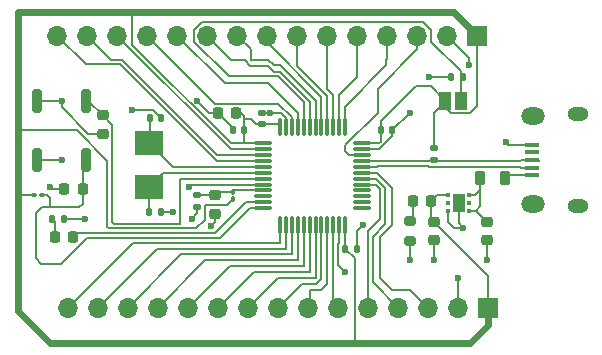
<source format=gbr>
%TF.GenerationSoftware,KiCad,Pcbnew,8.0.7*%
%TF.CreationDate,2024-12-20T19:08:42+02:00*%
%TF.ProjectId,STM32TrialPcb,53544d33-3254-4726-9961-6c5063622e6b,rev?*%
%TF.SameCoordinates,Original*%
%TF.FileFunction,Copper,L1,Top*%
%TF.FilePolarity,Positive*%
%FSLAX46Y46*%
G04 Gerber Fmt 4.6, Leading zero omitted, Abs format (unit mm)*
G04 Created by KiCad (PCBNEW 8.0.7) date 2024-12-20 19:08:42*
%MOMM*%
%LPD*%
G01*
G04 APERTURE LIST*
G04 Aperture macros list*
%AMRoundRect*
0 Rectangle with rounded corners*
0 $1 Rounding radius*
0 $2 $3 $4 $5 $6 $7 $8 $9 X,Y pos of 4 corners*
0 Add a 4 corners polygon primitive as box body*
4,1,4,$2,$3,$4,$5,$6,$7,$8,$9,$2,$3,0*
0 Add four circle primitives for the rounded corners*
1,1,$1+$1,$2,$3*
1,1,$1+$1,$4,$5*
1,1,$1+$1,$6,$7*
1,1,$1+$1,$8,$9*
0 Add four rect primitives between the rounded corners*
20,1,$1+$1,$2,$3,$4,$5,0*
20,1,$1+$1,$4,$5,$6,$7,0*
20,1,$1+$1,$6,$7,$8,$9,0*
20,1,$1+$1,$8,$9,$2,$3,0*%
G04 Aperture macros list end*
%TA.AperFunction,SMDPad,CuDef*%
%ADD10RoundRect,0.200000X-0.200000X-0.800000X0.200000X-0.800000X0.200000X0.800000X-0.200000X0.800000X0*%
%TD*%
%TA.AperFunction,SMDPad,CuDef*%
%ADD11RoundRect,0.218750X-0.218750X-0.256250X0.218750X-0.256250X0.218750X0.256250X-0.218750X0.256250X0*%
%TD*%
%TA.AperFunction,SMDPad,CuDef*%
%ADD12RoundRect,0.135000X0.135000X0.185000X-0.135000X0.185000X-0.135000X-0.185000X0.135000X-0.185000X0*%
%TD*%
%TA.AperFunction,SMDPad,CuDef*%
%ADD13RoundRect,0.140000X0.170000X-0.140000X0.170000X0.140000X-0.170000X0.140000X-0.170000X-0.140000X0*%
%TD*%
%TA.AperFunction,SMDPad,CuDef*%
%ADD14RoundRect,0.100000X0.100000X-0.130000X0.100000X0.130000X-0.100000X0.130000X-0.100000X-0.130000X0*%
%TD*%
%TA.AperFunction,SMDPad,CuDef*%
%ADD15RoundRect,0.135000X-0.135000X-0.185000X0.135000X-0.185000X0.135000X0.185000X-0.135000X0.185000X0*%
%TD*%
%TA.AperFunction,SMDPad,CuDef*%
%ADD16RoundRect,0.093750X-0.093750X-0.106250X0.093750X-0.106250X0.093750X0.106250X-0.093750X0.106250X0*%
%TD*%
%TA.AperFunction,HeatsinkPad*%
%ADD17R,1.000000X1.600000*%
%TD*%
%TA.AperFunction,SMDPad,CuDef*%
%ADD18RoundRect,0.225000X-0.250000X0.225000X-0.250000X-0.225000X0.250000X-0.225000X0.250000X0.225000X0*%
%TD*%
%TA.AperFunction,SMDPad,CuDef*%
%ADD19RoundRect,0.218750X0.218750X0.381250X-0.218750X0.381250X-0.218750X-0.381250X0.218750X-0.381250X0*%
%TD*%
%TA.AperFunction,SMDPad,CuDef*%
%ADD20RoundRect,0.075000X-0.662500X-0.075000X0.662500X-0.075000X0.662500X0.075000X-0.662500X0.075000X0*%
%TD*%
%TA.AperFunction,SMDPad,CuDef*%
%ADD21RoundRect,0.075000X-0.075000X-0.662500X0.075000X-0.662500X0.075000X0.662500X-0.075000X0.662500X0*%
%TD*%
%TA.AperFunction,SMDPad,CuDef*%
%ADD22R,1.300000X0.450000*%
%TD*%
%TA.AperFunction,ComponentPad*%
%ADD23O,1.800000X1.150000*%
%TD*%
%TA.AperFunction,ComponentPad*%
%ADD24O,2.000000X1.450000*%
%TD*%
%TA.AperFunction,SMDPad,CuDef*%
%ADD25R,1.000000X1.500000*%
%TD*%
%TA.AperFunction,SMDPad,CuDef*%
%ADD26R,2.400000X2.000000*%
%TD*%
%TA.AperFunction,SMDPad,CuDef*%
%ADD27RoundRect,0.140000X-0.140000X-0.170000X0.140000X-0.170000X0.140000X0.170000X-0.140000X0.170000X0*%
%TD*%
%TA.AperFunction,SMDPad,CuDef*%
%ADD28RoundRect,0.140000X-0.170000X0.140000X-0.170000X-0.140000X0.170000X-0.140000X0.170000X0.140000X0*%
%TD*%
%TA.AperFunction,SMDPad,CuDef*%
%ADD29RoundRect,0.225000X0.225000X0.250000X-0.225000X0.250000X-0.225000X-0.250000X0.225000X-0.250000X0*%
%TD*%
%TA.AperFunction,ComponentPad*%
%ADD30R,1.700000X1.700000*%
%TD*%
%TA.AperFunction,ComponentPad*%
%ADD31O,1.700000X1.700000*%
%TD*%
%TA.AperFunction,SMDPad,CuDef*%
%ADD32RoundRect,0.100000X-0.130000X-0.100000X0.130000X-0.100000X0.130000X0.100000X-0.130000X0.100000X0*%
%TD*%
%TA.AperFunction,SMDPad,CuDef*%
%ADD33RoundRect,0.140000X0.140000X0.170000X-0.140000X0.170000X-0.140000X-0.170000X0.140000X-0.170000X0*%
%TD*%
%TA.AperFunction,SMDPad,CuDef*%
%ADD34RoundRect,0.200000X-0.275000X0.200000X-0.275000X-0.200000X0.275000X-0.200000X0.275000X0.200000X0*%
%TD*%
%TA.AperFunction,SMDPad,CuDef*%
%ADD35RoundRect,0.135000X-0.185000X0.135000X-0.185000X-0.135000X0.185000X-0.135000X0.185000X0.135000X0*%
%TD*%
%TA.AperFunction,ViaPad*%
%ADD36C,0.600000*%
%TD*%
%TA.AperFunction,Conductor*%
%ADD37C,0.200000*%
%TD*%
%TA.AperFunction,Conductor*%
%ADD38C,0.600000*%
%TD*%
%TA.AperFunction,Conductor*%
%ADD39C,0.150000*%
%TD*%
G04 APERTURE END LIST*
D10*
%TO.P,SW2,1,1*%
%TO.N,GND*%
X182900000Y-42000000D03*
%TO.P,SW2,2,2*%
%TO.N,NRST*%
X187100000Y-42000000D03*
%TD*%
D11*
%TO.P,D1,1,K*%
%TO.N,Net-(D1-K)*%
X214712500Y-50500000D03*
%TO.P,D1,2,A*%
%TO.N,+3V3*%
X216287500Y-50500000D03*
%TD*%
D12*
%TO.P,R4,2*%
%TO.N,GND*%
X217990000Y-40000000D03*
%TO.P,R4,1*%
%TO.N,/BOOT0*%
X219010000Y-40000000D03*
%TD*%
D13*
%TO.P,C5,1*%
%TO.N,+3V3*%
X202000000Y-43980000D03*
%TO.P,C5,2*%
%TO.N,GND*%
X202000000Y-43020000D03*
%TD*%
D14*
%TO.P,L1,1,1*%
%TO.N,+3V3*%
X199500000Y-50320000D03*
%TO.P,L1,2,2*%
%TO.N,+3.3VA*%
X199500000Y-49680000D03*
%TD*%
D15*
%TO.P,R3,1*%
%TO.N,Net-(D2-K)*%
X184202500Y-52000000D03*
%TO.P,R3,2*%
%TO.N,GND*%
X185222500Y-52000000D03*
%TD*%
D16*
%TO.P,U1,1,OUT*%
%TO.N,+3V3*%
X217725000Y-50000000D03*
%TO.P,U1,2,NC*%
%TO.N,unconnected-(U1-NC-Pad2)*%
X217725000Y-50650000D03*
%TO.P,U1,3,GND*%
%TO.N,GND*%
X217725000Y-51300000D03*
%TO.P,U1,4,EN*%
%TO.N,+5V*%
X219500000Y-51300000D03*
%TO.P,U1,5,NC*%
%TO.N,unconnected-(U1-NC-Pad5)*%
X219500000Y-50650000D03*
%TO.P,U1,6,IN*%
%TO.N,+5V*%
X219500000Y-50000000D03*
D17*
%TO.P,U1,7,GND*%
%TO.N,GND*%
X218612500Y-50650000D03*
%TD*%
D11*
%TO.P,D2,1,K*%
%TO.N,Net-(D2-K)*%
X184425000Y-53500000D03*
%TO.P,D2,2,A*%
%TO.N,Net-(D2-A)*%
X186000000Y-53500000D03*
%TD*%
D10*
%TO.P,SW1,1,1*%
%TO.N,GND*%
X182900000Y-47000000D03*
%TO.P,SW1,2,2*%
%TO.N,Net-(U2-PA2)*%
X187100000Y-47000000D03*
%TD*%
D18*
%TO.P,C8,1*%
%TO.N,+5V*%
X221000000Y-52225000D03*
%TO.P,C8,2*%
%TO.N,GND*%
X221000000Y-53775000D03*
%TD*%
%TO.P,C1,1*%
%TO.N,+3.3VA*%
X198000000Y-50000000D03*
%TO.P,C1,2*%
%TO.N,GND*%
X198000000Y-51550000D03*
%TD*%
D19*
%TO.P,FB1,1*%
%TO.N,VCC*%
X222562500Y-48500000D03*
%TO.P,FB1,2*%
%TO.N,+5V*%
X220437500Y-48500000D03*
%TD*%
D20*
%TO.P,U2,1,VBAT*%
%TO.N,+3V3*%
X202087500Y-45587500D03*
%TO.P,U2,2,PC13*%
%TO.N,PC13*%
X202087500Y-46087500D03*
%TO.P,U2,3,PC14*%
%TO.N,PC14*%
X202087500Y-46587500D03*
%TO.P,U2,4,PC15*%
%TO.N,PC15*%
X202087500Y-47087501D03*
%TO.P,U2,5,PD0*%
%TO.N,/HSE_IN*%
X202087500Y-47587500D03*
%TO.P,U2,6,PD1*%
%TO.N,/HSE_OUT*%
X202087500Y-48087500D03*
%TO.P,U2,7,NRST*%
%TO.N,NRST*%
X202087500Y-48587500D03*
%TO.P,U2,8,VSSA*%
%TO.N,GND*%
X202087500Y-49087500D03*
%TO.P,U2,9,VDDA*%
%TO.N,+3.3VA*%
X202087500Y-49587499D03*
%TO.P,U2,10,PA0*%
%TO.N,unconnected-(U2-PA0-Pad10)*%
X202087500Y-50087500D03*
%TO.P,U2,11,PA1*%
%TO.N,Net-(D2-A)*%
X202087500Y-50587500D03*
%TO.P,U2,12,PA2*%
%TO.N,Net-(U2-PA2)*%
X202087500Y-51087500D03*
D21*
%TO.P,U2,13,PA3*%
%TO.N,PA3*%
X203500000Y-52500000D03*
%TO.P,U2,14,PA4*%
%TO.N,PA4*%
X204000000Y-52500000D03*
%TO.P,U2,15,PA5*%
%TO.N,PA5*%
X204500000Y-52500000D03*
%TO.P,U2,16,PA6*%
%TO.N,PA6*%
X205000001Y-52500000D03*
%TO.P,U2,17,PA7*%
%TO.N,PA7*%
X205500000Y-52500000D03*
%TO.P,U2,18,PB0*%
%TO.N,PB0*%
X206000000Y-52500000D03*
%TO.P,U2,19,PB1*%
%TO.N,PB1*%
X206500000Y-52500000D03*
%TO.P,U2,20,PB2*%
%TO.N,PB2*%
X207000000Y-52500000D03*
%TO.P,U2,21,PB10*%
%TO.N,PB10*%
X207499999Y-52500000D03*
%TO.P,U2,22,PB11*%
%TO.N,PB11*%
X208000000Y-52500000D03*
%TO.P,U2,23,VSS*%
%TO.N,GND*%
X208500000Y-52500000D03*
%TO.P,U2,24,VDD*%
%TO.N,+3V3*%
X209000000Y-52500000D03*
D20*
%TO.P,U2,25,PB12*%
%TO.N,unconnected-(U2-PB12-Pad25)*%
X210412500Y-51087500D03*
%TO.P,U2,26,PB13*%
%TO.N,unconnected-(U2-PB13-Pad26)*%
X210412500Y-50587500D03*
%TO.P,U2,27,PB14*%
%TO.N,unconnected-(U2-PB14-Pad27)*%
X210412500Y-50087500D03*
%TO.P,U2,28,PB15*%
%TO.N,unconnected-(U2-PB15-Pad28)*%
X210412500Y-49587499D03*
%TO.P,U2,29,PA8*%
%TO.N,PA8*%
X210412500Y-49087500D03*
%TO.P,U2,30,PA9*%
%TO.N,PA9*%
X210412500Y-48587500D03*
%TO.P,U2,31,PA10*%
%TO.N,PA10*%
X210412500Y-48087500D03*
%TO.P,U2,32,PA11*%
%TO.N,USB_D-*%
X210412500Y-47587500D03*
%TO.P,U2,33,PA12*%
%TO.N,USB_D+*%
X210412500Y-47087501D03*
%TO.P,U2,34,PA13*%
%TO.N,SWDIO*%
X210412500Y-46587500D03*
%TO.P,U2,35,VSS*%
%TO.N,GND*%
X210412500Y-46087500D03*
%TO.P,U2,36,VDD*%
%TO.N,+3V3*%
X210412500Y-45587500D03*
D21*
%TO.P,U2,37,PA14*%
%TO.N,SWCLK*%
X209000000Y-44175000D03*
%TO.P,U2,38,PA15*%
%TO.N,PA15*%
X208500000Y-44175000D03*
%TO.P,U2,39,PB3*%
%TO.N,SWO*%
X208000000Y-44175000D03*
%TO.P,U2,40,PB4*%
%TO.N,PB4*%
X207499999Y-44175000D03*
%TO.P,U2,41,PB5*%
%TO.N,PB5*%
X207000000Y-44175000D03*
%TO.P,U2,42,PB6*%
%TO.N,PB6*%
X206500000Y-44175000D03*
%TO.P,U2,43,PB7*%
%TO.N,PB7*%
X206000000Y-44175000D03*
%TO.P,U2,44,BOOT0*%
%TO.N,/BOOT0*%
X205500000Y-44175000D03*
%TO.P,U2,45,PB8*%
%TO.N,PB8*%
X205000001Y-44175000D03*
%TO.P,U2,46,PB9*%
%TO.N,PB9*%
X204500000Y-44175000D03*
%TO.P,U2,47,VSS*%
%TO.N,GND*%
X204000000Y-44175000D03*
%TO.P,U2,48,VDD*%
%TO.N,+3V3*%
X203500000Y-44175000D03*
%TD*%
D22*
%TO.P,J1,1,VBUS*%
%TO.N,VCC*%
X224845000Y-48305000D03*
%TO.P,J1,2,D-*%
%TO.N,USB_D-*%
X224845000Y-47655000D03*
%TO.P,J1,3,D+*%
%TO.N,USB_D+*%
X224845000Y-47005000D03*
%TO.P,J1,4,ID*%
%TO.N,unconnected-(J1-ID-Pad4)*%
X224845000Y-46355000D03*
%TO.P,J1,5,GND*%
%TO.N,GND*%
X224845000Y-45705000D03*
D23*
%TO.P,J1,6,Shield*%
%TO.N,unconnected-(J1-Shield-Pad6)_1*%
X228695000Y-50880000D03*
D24*
%TO.N,unconnected-(J1-Shield-Pad6)_2*%
X224895000Y-50730000D03*
%TO.N,unconnected-(J1-Shield-Pad6)_3*%
X224895000Y-43280000D03*
D23*
%TO.N,unconnected-(J1-Shield-Pad6)*%
X228695000Y-43130000D03*
%TD*%
D18*
%TO.P,C11,1*%
%TO.N,NRST*%
X188500000Y-43225000D03*
%TO.P,C11,2*%
%TO.N,GND*%
X188500000Y-44775000D03*
%TD*%
D25*
%TO.P,JP1,1,A*%
%TO.N,/BOOT0*%
X218800000Y-42000000D03*
%TO.P,JP1,2,B*%
%TO.N,+3V3*%
X217500000Y-42000000D03*
%TD*%
D26*
%TO.P,Y1,1,1*%
%TO.N,/HSE_IN*%
X192437500Y-45562500D03*
%TO.P,Y1,2,2*%
%TO.N,/HSE_OUT*%
X192437500Y-49262500D03*
%TD*%
D18*
%TO.P,C9,1*%
%TO.N,+3V3*%
X216500000Y-52225000D03*
%TO.P,C9,2*%
%TO.N,GND*%
X216500000Y-53775000D03*
%TD*%
D27*
%TO.P,C7,1*%
%TO.N,+3V3*%
X212040000Y-44500000D03*
%TO.P,C7,2*%
%TO.N,GND*%
X213000000Y-44500000D03*
%TD*%
D28*
%TO.P,C2,1*%
%TO.N,+3.3VA*%
X196500000Y-50000000D03*
%TO.P,C2,2*%
%TO.N,GND*%
X196500000Y-50960000D03*
%TD*%
D29*
%TO.P,C3,1*%
%TO.N,+3V3*%
X199775000Y-43000000D03*
%TO.P,C3,2*%
%TO.N,GND*%
X198225000Y-43000000D03*
%TD*%
D30*
%TO.P,J2,1,Pin_1*%
%TO.N,+3V3*%
X220200000Y-36500000D03*
D31*
%TO.P,J2,2,Pin_2*%
%TO.N,GND*%
X217660000Y-36500000D03*
%TO.P,J2,3,Pin_3*%
%TO.N,SWDIO*%
X215120000Y-36500000D03*
%TO.P,J2,4,Pin_4*%
%TO.N,SWCLK*%
X212580000Y-36500000D03*
%TO.P,J2,5,Pin_5*%
%TO.N,PA15*%
X210040000Y-36500000D03*
%TO.P,J2,6,Pin_6*%
%TO.N,SWO*%
X207500000Y-36500000D03*
%TO.P,J2,7,Pin_7*%
%TO.N,PB4*%
X204960000Y-36500000D03*
%TO.P,J2,8,Pin_8*%
%TO.N,PB5*%
X202420000Y-36500000D03*
%TO.P,J2,9,Pin_9*%
%TO.N,PB6*%
X199880000Y-36500000D03*
%TO.P,J2,10,Pin_10*%
%TO.N,PB7*%
X197340000Y-36500000D03*
%TO.P,J2,11,Pin_11*%
%TO.N,PB8*%
X194800000Y-36500000D03*
%TO.P,J2,12,Pin_12*%
%TO.N,PB9*%
X192260000Y-36500000D03*
%TO.P,J2,13,Pin_13*%
%TO.N,PC13*%
X189720000Y-36500000D03*
%TO.P,J2,14,Pin_14*%
%TO.N,PC14*%
X187180000Y-36500000D03*
%TO.P,J2,15,Pin_15*%
%TO.N,PC15*%
X184640000Y-36500000D03*
%TD*%
D32*
%TO.P,R2,1*%
%TO.N,+3V3*%
X182680000Y-50000000D03*
%TO.P,R2,2*%
%TO.N,Net-(U2-PA2)*%
X183320000Y-50000000D03*
%TD*%
D29*
%TO.P,C10,1*%
%TO.N,Net-(U2-PA2)*%
X186775000Y-49500000D03*
%TO.P,C10,2*%
%TO.N,GND*%
X185225000Y-49500000D03*
%TD*%
D33*
%TO.P,C4,1*%
%TO.N,+3V3*%
X200480000Y-44500000D03*
%TO.P,C4,2*%
%TO.N,GND*%
X199520000Y-44500000D03*
%TD*%
D27*
%TO.P,C12,1*%
%TO.N,/HSE_IN*%
X192457500Y-43412500D03*
%TO.P,C12,2*%
%TO.N,GND*%
X193417500Y-43412500D03*
%TD*%
D34*
%TO.P,R1,1*%
%TO.N,Net-(D1-K)*%
X214500000Y-52175000D03*
%TO.P,R1,2*%
%TO.N,GND*%
X214500000Y-53825000D03*
%TD*%
D27*
%TO.P,C6,1*%
%TO.N,+3V3*%
X209020000Y-54500000D03*
%TO.P,C6,2*%
%TO.N,GND*%
X209980000Y-54500000D03*
%TD*%
D35*
%TO.P,R5,1*%
%TO.N,+3V3*%
X216500000Y-45990000D03*
%TO.P,R5,2*%
%TO.N,USB_D+*%
X216500000Y-47010000D03*
%TD*%
D30*
%TO.P,J3,1,Pin_1*%
%TO.N,+3V3*%
X221120000Y-59500000D03*
D31*
%TO.P,J3,2,Pin_2*%
%TO.N,GND*%
X218580000Y-59500000D03*
%TO.P,J3,3,Pin_3*%
%TO.N,PA10*%
X216040000Y-59500000D03*
%TO.P,J3,4,Pin_4*%
%TO.N,PA9*%
X213500000Y-59500000D03*
%TO.P,J3,5,Pin_5*%
%TO.N,PA8*%
X210960000Y-59500000D03*
%TO.P,J3,6,Pin_6*%
%TO.N,PB11*%
X208420000Y-59500000D03*
%TO.P,J3,7,Pin_7*%
%TO.N,PB10*%
X205880000Y-59500000D03*
%TO.P,J3,8,Pin_8*%
%TO.N,PB2*%
X203340000Y-59500000D03*
%TO.P,J3,9,Pin_9*%
%TO.N,PB1*%
X200800000Y-59500000D03*
%TO.P,J3,10,Pin_10*%
%TO.N,PB0*%
X198260000Y-59500000D03*
%TO.P,J3,11,Pin_11*%
%TO.N,PA7*%
X195720000Y-59500000D03*
%TO.P,J3,12,Pin_12*%
%TO.N,PA6*%
X193180000Y-59500000D03*
%TO.P,J3,13,Pin_13*%
%TO.N,PA5*%
X190640000Y-59500000D03*
%TO.P,J3,14,Pin_14*%
%TO.N,PA4*%
X188100000Y-59500000D03*
%TO.P,J3,15,Pin_15*%
%TO.N,PA3*%
X185560000Y-59500000D03*
%TD*%
D27*
%TO.P,C13,1*%
%TO.N,/HSE_OUT*%
X192437500Y-51412500D03*
%TO.P,C13,2*%
%TO.N,GND*%
X193397500Y-51412500D03*
%TD*%
D36*
%TO.N,GND*%
X191000000Y-42750000D03*
X219000000Y-52750000D03*
X195750000Y-49250000D03*
X197625000Y-52625000D03*
X196000000Y-52000000D03*
X184000000Y-49250000D03*
X187000000Y-52000000D03*
X185000000Y-47000000D03*
X194392500Y-51412500D03*
X219500000Y-39000000D03*
X202605000Y-43020000D03*
X216500000Y-55500000D03*
X221000000Y-55500000D03*
X222600000Y-45500000D03*
X210500000Y-52500000D03*
X196500000Y-42000000D03*
X216100000Y-40000000D03*
X209000000Y-56500000D03*
X214500000Y-55500000D03*
X218600000Y-57000000D03*
X185000000Y-42000000D03*
X214500000Y-43000000D03*
%TD*%
D37*
%TO.N,+3V3*%
X216250000Y-40750000D02*
X217500000Y-42000000D01*
X199309682Y-45587500D02*
X191000000Y-37277818D01*
X200587500Y-45587500D02*
X199309682Y-45587500D01*
D38*
X191000000Y-34500000D02*
X218200000Y-34500000D01*
X181300000Y-34500000D02*
X191000000Y-34500000D01*
D37*
X191000000Y-37277818D02*
X191000000Y-34500000D01*
D39*
%TO.N,Net-(U2-PA2)*%
X184000000Y-50250000D02*
X184000000Y-51000000D01*
X183750000Y-50000000D02*
X184000000Y-50250000D01*
X183320000Y-50000000D02*
X183750000Y-50000000D01*
D37*
%TO.N,+5V*%
X220437500Y-50937500D02*
X220437500Y-49562500D01*
X220075000Y-51300000D02*
X220437500Y-50937500D01*
D39*
X219500000Y-50000000D02*
X220000000Y-50000000D01*
X220437500Y-49562500D02*
X220437500Y-48500000D01*
X220000000Y-50000000D02*
X220437500Y-49562500D01*
%TO.N,GND*%
X192755000Y-42750000D02*
X191000000Y-42750000D01*
X193417500Y-43412500D02*
X192755000Y-42750000D01*
X204000000Y-43437501D02*
X203582499Y-43020000D01*
X203582499Y-43020000D02*
X202605000Y-43020000D01*
X204000000Y-44175000D02*
X204000000Y-43437501D01*
X218612500Y-50650000D02*
X218612500Y-52362500D01*
X218612500Y-52362500D02*
X219000000Y-52750000D01*
X218250000Y-52750000D02*
X219000000Y-52750000D01*
X217725000Y-51300000D02*
X217725000Y-52225000D01*
X217725000Y-52225000D02*
X218250000Y-52750000D01*
D37*
X187275000Y-44775000D02*
X185000000Y-42500000D01*
X185000000Y-42500000D02*
X185000000Y-42000000D01*
X187275000Y-44775000D02*
X188500000Y-44775000D01*
D39*
%TO.N,+3V3*%
X182680000Y-50000000D02*
X181300000Y-50000000D01*
D38*
X181300000Y-49750000D02*
X181300000Y-44500000D01*
X181300000Y-50000000D02*
X181300000Y-49750000D01*
D37*
%TO.N,GND*%
X195912500Y-49087500D02*
X195750000Y-49250000D01*
X200750000Y-49087500D02*
X195912500Y-49087500D01*
X202087500Y-49087500D02*
X200750000Y-49087500D01*
%TO.N,NRST*%
X189400000Y-52400000D02*
X189275000Y-52275000D01*
X189275000Y-52275000D02*
X189275000Y-44000000D01*
X189275000Y-44000000D02*
X188500000Y-43225000D01*
X195000000Y-52400000D02*
X189400000Y-52400000D01*
X202087500Y-48587500D02*
X195000000Y-48587500D01*
X195000000Y-48587500D02*
X195000000Y-52400000D01*
D39*
%TO.N,GND*%
X197625000Y-52625000D02*
X197500000Y-52750000D01*
X198000000Y-52250000D02*
X197625000Y-52625000D01*
X198000000Y-51550000D02*
X198000000Y-52250000D01*
X196500000Y-51500000D02*
X196000000Y-52000000D01*
X196500000Y-50960000D02*
X196500000Y-51500000D01*
X184250000Y-49500000D02*
X184000000Y-49250000D01*
X185225000Y-49500000D02*
X184250000Y-49500000D01*
X185222500Y-52000000D02*
X187000000Y-52000000D01*
D37*
X194450000Y-51470000D02*
X194392500Y-51412500D01*
X194392500Y-51412500D02*
X193397500Y-51412500D01*
X219500000Y-38340000D02*
X219500000Y-39000000D01*
X185000000Y-47000000D02*
X182900000Y-47000000D01*
X198225000Y-43000000D02*
X197500000Y-43000000D01*
X208400000Y-54100000D02*
X208400000Y-55900000D01*
X217660000Y-36500000D02*
X219500000Y-38340000D01*
X221000000Y-53775000D02*
X221000000Y-55500000D01*
X224845000Y-45705000D02*
X222805000Y-45705000D01*
X209980000Y-53020000D02*
X210500000Y-52500000D01*
X208500000Y-54000000D02*
X208400000Y-54100000D01*
X202000000Y-43020000D02*
X202605000Y-43020000D01*
X208500000Y-52500000D02*
X208500000Y-54000000D01*
X182900000Y-42000000D02*
X185000000Y-42000000D01*
X218600000Y-59480000D02*
X218600000Y-57000000D01*
X199520000Y-44295000D02*
X198225000Y-43000000D01*
X199520000Y-44500000D02*
X199520000Y-44295000D01*
X209980000Y-54500000D02*
X209980000Y-53020000D01*
X222805000Y-45705000D02*
X222600000Y-45500000D01*
X217990000Y-40000000D02*
X216100000Y-40000000D01*
X208400000Y-55900000D02*
X209000000Y-56500000D01*
X210110000Y-54610000D02*
X210020000Y-54520000D01*
X197500000Y-43000000D02*
X196500000Y-42000000D01*
X216500000Y-53775000D02*
X216500000Y-55500000D01*
X214500000Y-53825000D02*
X214500000Y-55500000D01*
X218580000Y-59500000D02*
X218600000Y-59480000D01*
%TO.N,+5V*%
X219500000Y-51300000D02*
X220075000Y-51300000D01*
X220075000Y-51300000D02*
X221000000Y-52225000D01*
%TO.N,+3V3*%
X218000000Y-43050000D02*
X219600000Y-43050000D01*
X197110000Y-50800000D02*
X197110000Y-52075686D01*
X197110000Y-52075686D02*
X196385686Y-52800000D01*
X200480000Y-43500000D02*
X201000000Y-43500000D01*
D38*
X184000000Y-62500000D02*
X181300000Y-59800000D01*
D37*
X219600000Y-43050000D02*
X220200000Y-42450000D01*
X216287500Y-52012500D02*
X216500000Y-52225000D01*
X216500000Y-50712500D02*
X216287500Y-50500000D01*
X216500000Y-52225000D02*
X221120000Y-56845000D01*
X221120000Y-56845000D02*
X221120000Y-59500000D01*
X200480000Y-43500000D02*
X200480000Y-43295000D01*
D38*
X181300000Y-44500000D02*
X181300000Y-34500000D01*
D37*
X186312648Y-44500000D02*
X181300000Y-44500000D01*
D38*
X181300000Y-59800000D02*
X181300000Y-50000000D01*
D37*
X209810000Y-55290000D02*
X209810000Y-62310000D01*
X199500000Y-50320000D02*
X199020000Y-50800000D01*
X199775000Y-43000000D02*
X200185000Y-43000000D01*
X209000000Y-54480000D02*
X209020000Y-54500000D01*
X217500000Y-42550000D02*
X218000000Y-43050000D01*
X220200000Y-42450000D02*
X220200000Y-36500000D01*
X216287500Y-50500000D02*
X216287500Y-52012500D01*
D38*
X221120000Y-59500000D02*
X221120000Y-60950000D01*
D37*
X199020000Y-50800000D02*
X197110000Y-50800000D01*
D38*
X221120000Y-60950000D02*
X219570000Y-62500000D01*
D37*
X217725000Y-50000000D02*
X216787500Y-50000000D01*
X196385686Y-52800000D02*
X189000000Y-52800000D01*
X181480000Y-49820000D02*
X181300000Y-50000000D01*
X200480000Y-45480000D02*
X200480000Y-44500000D01*
X216500000Y-45990000D02*
X216500000Y-43000000D01*
X216500000Y-43000000D02*
X217500000Y-42000000D01*
D38*
X218200000Y-34500000D02*
X220200000Y-36500000D01*
D37*
X188875000Y-47062352D02*
X186312648Y-44500000D01*
X209020000Y-54500000D02*
X209810000Y-55290000D01*
X200587500Y-45587500D02*
X200480000Y-45480000D01*
X201000000Y-43500000D02*
X201480000Y-43980000D01*
D38*
X210000000Y-62500000D02*
X184000000Y-62500000D01*
D37*
X188875000Y-52675000D02*
X188875000Y-47062352D01*
X200185000Y-43000000D02*
X200480000Y-43295000D01*
X209810000Y-62310000D02*
X210000000Y-62500000D01*
X189000000Y-52800000D02*
X188875000Y-52675000D01*
X202000000Y-43980000D02*
X203305000Y-43980000D01*
X201480000Y-43980000D02*
X202000000Y-43980000D01*
X209000000Y-52500000D02*
X209000000Y-54480000D01*
X200480000Y-44500000D02*
X200480000Y-43500000D01*
D38*
X219570000Y-62500000D02*
X210000000Y-62500000D01*
D37*
X203305000Y-43980000D02*
X203500000Y-44175000D01*
X216787500Y-50000000D02*
X216287500Y-50500000D01*
X202087500Y-45587500D02*
X200587500Y-45587500D01*
X217500000Y-42000000D02*
X217500000Y-42550000D01*
%TO.N,+3.3VA*%
X199500000Y-49680000D02*
X198320000Y-49680000D01*
X202087500Y-49587499D02*
X199592501Y-49587499D01*
X196500000Y-50000000D02*
X198000000Y-50000000D01*
X198320000Y-49680000D02*
X198000000Y-50000000D01*
X199592501Y-49587499D02*
X199500000Y-49680000D01*
%TO.N,NRST*%
X187100000Y-42000000D02*
X187275000Y-42000000D01*
X187275000Y-42000000D02*
X188500000Y-43225000D01*
%TO.N,/HSE_IN*%
X194462500Y-47587500D02*
X192437500Y-45562500D01*
X202087500Y-47587500D02*
X194462500Y-47587500D01*
X192457500Y-43412500D02*
X192457500Y-45542500D01*
X192457500Y-45542500D02*
X192437500Y-45562500D01*
X192437500Y-45562500D02*
X192500000Y-45500000D01*
%TO.N,/HSE_OUT*%
X192437500Y-49262500D02*
X193612500Y-48087500D01*
X192437500Y-49262500D02*
X192437500Y-51412500D01*
X193612500Y-48087500D02*
X202087500Y-48087500D01*
%TO.N,Net-(D1-K)*%
X214712500Y-51962500D02*
X214500000Y-52175000D01*
X214712500Y-50500000D02*
X214712500Y-51962500D01*
%TO.N,Net-(D2-A)*%
X202087500Y-50587500D02*
X200612500Y-50587500D01*
X200612500Y-50587500D02*
X198000000Y-53200000D01*
X186300000Y-53200000D02*
X186000000Y-53500000D01*
X198000000Y-53200000D02*
X186300000Y-53200000D01*
%TO.N,Net-(D2-K)*%
X184425000Y-53500000D02*
X184425000Y-52222500D01*
X184425000Y-52222500D02*
X184202500Y-52000000D01*
%TO.N,VCC*%
X224845000Y-48305000D02*
X222757500Y-48305000D01*
X222757500Y-48305000D02*
X222562500Y-48500000D01*
%TO.N,USB_D+*%
X211025000Y-47112501D02*
X211495292Y-47112501D01*
X225443984Y-47130000D02*
X225417286Y-47130000D01*
X223869999Y-47005000D02*
X224845000Y-47005000D01*
X211495292Y-47112501D02*
X211502793Y-47105000D01*
X211000000Y-47087501D02*
X211025000Y-47112501D01*
X223769999Y-47105000D02*
X223869999Y-47005000D01*
X225443984Y-47103984D02*
X225443984Y-47130000D01*
X210412500Y-47087501D02*
X211000000Y-47087501D01*
X211502793Y-47105000D02*
X223769999Y-47105000D01*
X225345000Y-47005000D02*
X225443984Y-47103984D01*
%TO.N,USB_D-*%
X210412500Y-47587500D02*
X211000000Y-47587500D01*
X211667499Y-47562500D02*
X211674999Y-47555000D01*
X223869999Y-47655000D02*
X223794999Y-47580000D01*
X216106076Y-47555000D02*
X211674999Y-47555000D01*
X211025000Y-47562500D02*
X211667499Y-47562500D01*
X223794999Y-47580000D02*
X216131076Y-47580000D01*
X224845000Y-47655000D02*
X223869999Y-47655000D01*
X216131076Y-47580000D02*
X216106076Y-47555000D01*
X211000000Y-47587500D02*
X211025000Y-47562500D01*
%TO.N,PB9*%
X197985000Y-42225000D02*
X203319910Y-42225000D01*
X192260000Y-36500000D02*
X197985000Y-42225000D01*
X203319910Y-42225000D02*
X204500000Y-43405090D01*
X204500000Y-43405090D02*
X204500000Y-44175000D01*
%TO.N,PC13*%
X199307500Y-46087500D02*
X189720000Y-36500000D01*
X202087500Y-46087500D02*
X199307500Y-46087500D01*
%TO.N,PB5*%
X207000000Y-44175000D02*
X207000000Y-41631372D01*
X207000000Y-41631372D02*
X202420000Y-37051372D01*
X202420000Y-37051372D02*
X202420000Y-36500000D01*
%TO.N,PB8*%
X198800000Y-40500000D02*
X194800000Y-36500000D01*
X205000001Y-43000001D02*
X202500000Y-40500000D01*
X205000001Y-44175000D02*
X205000001Y-43000001D01*
X202500000Y-40500000D02*
X198800000Y-40500000D01*
%TO.N,PA15*%
X208500000Y-41500000D02*
X210040000Y-39960000D01*
X210040000Y-39960000D02*
X210040000Y-36500000D01*
X208500000Y-44175000D02*
X208500000Y-41500000D01*
%TO.N,PC14*%
X202087500Y-46587500D02*
X198181154Y-46587500D01*
X198181154Y-46587500D02*
X190093654Y-38500000D01*
X190093654Y-38500000D02*
X189180000Y-38500000D01*
X189180000Y-38500000D02*
X187180000Y-36500000D01*
%TO.N,PB4*%
X204960000Y-39025686D02*
X204960000Y-36500000D01*
X207499999Y-41565685D02*
X204960000Y-39025686D01*
X207499999Y-44175000D02*
X207499999Y-41565685D01*
%TO.N,PB6*%
X201000000Y-37620000D02*
X199880000Y-36500000D01*
X203000000Y-39000000D02*
X202500000Y-38500000D01*
X206500000Y-42000000D02*
X203500000Y-39000000D01*
X206500000Y-44175000D02*
X206500000Y-42000000D01*
X201000000Y-38500000D02*
X201000000Y-37620000D01*
X203500000Y-39000000D02*
X203000000Y-39000000D01*
X202500000Y-38500000D02*
X201000000Y-38500000D01*
%TO.N,SWO*%
X207500000Y-41000000D02*
X207500000Y-36500000D01*
X208000000Y-44175000D02*
X208000000Y-41500000D01*
X208000000Y-41500000D02*
X207500000Y-41000000D01*
%TO.N,PB7*%
X206000000Y-44175000D02*
X206000000Y-42065686D01*
X202467157Y-39032843D02*
X200967158Y-39032843D01*
X202967157Y-39532843D02*
X202467157Y-39032843D01*
X199340000Y-38500000D02*
X197340000Y-36500000D01*
X203467157Y-39532843D02*
X202967157Y-39532843D01*
X200500000Y-38565685D02*
X200500000Y-38500000D01*
X206000000Y-42065686D02*
X203467157Y-39532843D01*
X200500000Y-38500000D02*
X199340000Y-38500000D01*
X200967158Y-39032843D02*
X200500000Y-38565685D01*
%TO.N,PC15*%
X198115469Y-47087501D02*
X189927968Y-38900000D01*
X202087500Y-47087501D02*
X198115469Y-47087501D01*
X189927968Y-38900000D02*
X187040000Y-38900000D01*
X187040000Y-38900000D02*
X184640000Y-36500000D01*
%TO.N,PA3*%
X203500000Y-54000000D02*
X191060000Y-54000000D01*
X191060000Y-54000000D02*
X185560000Y-59500000D01*
X203500000Y-52500000D02*
X203500000Y-54000000D01*
%TO.N,PA9*%
X210412500Y-48587500D02*
X211653186Y-48587500D01*
X211360000Y-57360000D02*
X213500000Y-59500000D01*
X211653186Y-48587500D02*
X212400000Y-49334314D01*
X212400000Y-49334314D02*
X212400000Y-52460000D01*
X212400000Y-52460000D02*
X211360000Y-53500000D01*
X211360000Y-53500000D02*
X211360000Y-57360000D01*
%TO.N,PB1*%
X206500000Y-52500000D02*
X206500000Y-57000000D01*
X203300000Y-57000000D02*
X200800000Y-59500000D01*
X206500000Y-57000000D02*
X203300000Y-57000000D01*
%TO.N,PB0*%
X201260000Y-56500000D02*
X198260000Y-59500000D01*
X206000000Y-56500000D02*
X201260000Y-56500000D01*
X206000000Y-52500000D02*
X206000000Y-56500000D01*
%TO.N,PB10*%
X207000000Y-58000000D02*
X206000000Y-58000000D01*
X206000000Y-58000000D02*
X206000000Y-59380000D01*
X207499999Y-52500000D02*
X207499999Y-57500001D01*
X206000000Y-59380000D02*
X205880000Y-59500000D01*
X207499999Y-57500001D02*
X207000000Y-58000000D01*
%TO.N,PA7*%
X199220000Y-56000000D02*
X195720000Y-59500000D01*
X205500000Y-56000000D02*
X199220000Y-56000000D01*
X205500000Y-52500000D02*
X205500000Y-56000000D01*
%TO.N,PA8*%
X212000000Y-49500000D02*
X212000000Y-52000000D01*
X211587500Y-49087500D02*
X212000000Y-49500000D01*
X212000000Y-52000000D02*
X210960000Y-53040000D01*
X210960000Y-53040000D02*
X210960000Y-59500000D01*
X210412500Y-49087500D02*
X211587500Y-49087500D01*
%TO.N,PA10*%
X213000000Y-49368628D02*
X213000000Y-52500000D01*
X211718872Y-48087500D02*
X213000000Y-49368628D01*
X210412500Y-48087500D02*
X211718872Y-48087500D01*
X214540000Y-58000000D02*
X216040000Y-59500000D01*
X213000000Y-58000000D02*
X214540000Y-58000000D01*
X212000000Y-53500000D02*
X212000000Y-57000000D01*
X213000000Y-52500000D02*
X212000000Y-53500000D01*
X212000000Y-57000000D02*
X213000000Y-58000000D01*
%TO.N,PB2*%
X205340000Y-57500000D02*
X203340000Y-59500000D01*
X207000000Y-52500000D02*
X207000000Y-57065685D01*
X207000000Y-57065685D02*
X206565685Y-57500000D01*
X206565685Y-57500000D02*
X205340000Y-57500000D01*
%TO.N,PA6*%
X205000000Y-55500000D02*
X197180000Y-55500000D01*
X205000001Y-52500000D02*
X205000001Y-55499999D01*
X197180000Y-55500000D02*
X193180000Y-59500000D01*
X205000001Y-55499999D02*
X205000000Y-55500000D01*
%TO.N,PB11*%
X208000000Y-59080000D02*
X208420000Y-59500000D01*
X208000000Y-52500000D02*
X208000000Y-59080000D01*
%TO.N,PA4*%
X193100000Y-54500000D02*
X188100000Y-59500000D01*
X204000000Y-54500000D02*
X193100000Y-54500000D01*
X204000000Y-52500000D02*
X204000000Y-54500000D01*
%TO.N,PA5*%
X195140000Y-55000000D02*
X190640000Y-59500000D01*
X204500000Y-52500000D02*
X204500000Y-55000000D01*
X204500000Y-55000000D02*
X195140000Y-55000000D01*
%TO.N,Net-(U2-PA2)*%
X182820000Y-55320000D02*
X182820000Y-51500000D01*
X184939686Y-55775000D02*
X183275000Y-55775000D01*
X202087500Y-51087500D02*
X200912500Y-51087500D01*
X198400000Y-53600000D02*
X187114686Y-53600000D01*
X186775000Y-47325000D02*
X187100000Y-47000000D01*
X200912500Y-51087500D02*
X198400000Y-53600000D01*
X186775000Y-49500000D02*
X186775000Y-47325000D01*
X186775000Y-49500000D02*
X186775000Y-50725000D01*
X183275000Y-55775000D02*
X182820000Y-55320000D01*
X182820000Y-51500000D02*
X183320000Y-51000000D01*
X187114686Y-53600000D02*
X184939686Y-55775000D01*
X186500000Y-51000000D02*
X184000000Y-51000000D01*
X184000000Y-51000000D02*
X183320000Y-51000000D01*
X186775000Y-50725000D02*
X186500000Y-51000000D01*
%TO.N,/BOOT0*%
X218800000Y-39506346D02*
X218800000Y-42000000D01*
X216270000Y-36023654D02*
X216270000Y-36976346D01*
X196863654Y-35350000D02*
X215596346Y-35350000D01*
X196190000Y-36023654D02*
X196863654Y-35350000D01*
X196190000Y-36976346D02*
X196190000Y-36023654D01*
X199146497Y-39932843D02*
X196190000Y-36976346D01*
X203301471Y-39932843D02*
X199146497Y-39932843D01*
X205500000Y-42131372D02*
X203301471Y-39932843D01*
X205500000Y-44175000D02*
X205500000Y-42131372D01*
X215596346Y-35350000D02*
X216270000Y-36023654D01*
X216270000Y-36976346D02*
X218800000Y-39506346D01*
D39*
%TO.N,GND*%
X213000000Y-44959620D02*
X213000000Y-44500000D01*
D37*
%TO.N,+3V3*%
X212040000Y-44500000D02*
X212040000Y-44290000D01*
X212040000Y-44290000D02*
X212075000Y-44255000D01*
D39*
%TO.N,GND*%
X210412500Y-46087500D02*
X211872120Y-46087500D01*
D37*
%TO.N,+3V3*%
X210412500Y-45587500D02*
X211912500Y-45587500D01*
X211912500Y-45587500D02*
X212040000Y-45460000D01*
X212075000Y-44255000D02*
X212075000Y-43675000D01*
%TO.N,GND*%
X214500000Y-43000000D02*
X213000000Y-44500000D01*
%TO.N,+3V3*%
X215000000Y-40750000D02*
X216250000Y-40750000D01*
X212075000Y-43675000D02*
X215000000Y-40750000D01*
D39*
%TO.N,GND*%
X211872120Y-46087500D02*
X213000000Y-44959620D01*
D37*
%TO.N,+3V3*%
X212040000Y-45460000D02*
X212040000Y-44500000D01*
%TO.N,SWCLK*%
X212580000Y-38420000D02*
X212580000Y-36500000D01*
X212500000Y-39000000D02*
X212500000Y-38500000D01*
X212500000Y-38500000D02*
X212580000Y-38420000D01*
X209000000Y-42500000D02*
X212500000Y-39000000D01*
X209000000Y-44175000D02*
X209000000Y-42500000D01*
D39*
%TO.N,SWDIO*%
X215120000Y-37630000D02*
X215120000Y-36500000D01*
X211750000Y-43000000D02*
X211750000Y-41000000D01*
X209000000Y-45750000D02*
X211750000Y-43000000D01*
X211750000Y-41000000D02*
X215120000Y-37630000D01*
X209000000Y-46250000D02*
X209000000Y-45750000D01*
X209337500Y-46587500D02*
X209000000Y-46250000D01*
X210412500Y-46587500D02*
X209337500Y-46587500D01*
%TD*%
M02*

</source>
